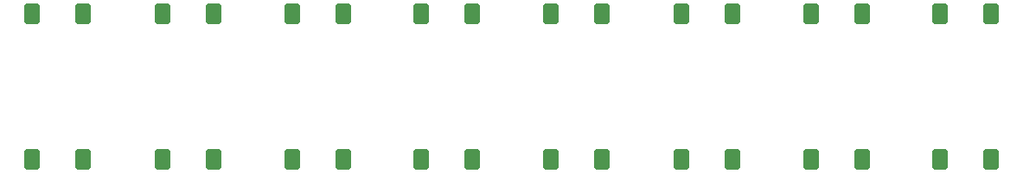
<source format=gbr>
%TF.GenerationSoftware,KiCad,Pcbnew,9.0.6*%
%TF.CreationDate,2025-12-13T22:30:01+01:00*%
%TF.ProjectId,piano,7069616e-6f2e-46b6-9963-61645f706362,rev?*%
%TF.SameCoordinates,Original*%
%TF.FileFunction,Paste,Top*%
%TF.FilePolarity,Positive*%
%FSLAX46Y46*%
G04 Gerber Fmt 4.6, Leading zero omitted, Abs format (unit mm)*
G04 Created by KiCad (PCBNEW 9.0.6) date 2025-12-13 22:30:01*
%MOMM*%
%LPD*%
G01*
G04 APERTURE LIST*
G04 Aperture macros list*
%AMRoundRect*
0 Rectangle with rounded corners*
0 $1 Rounding radius*
0 $2 $3 $4 $5 $6 $7 $8 $9 X,Y pos of 4 corners*
0 Add a 4 corners polygon primitive as box body*
4,1,4,$2,$3,$4,$5,$6,$7,$8,$9,$2,$3,0*
0 Add four circle primitives for the rounded corners*
1,1,$1+$1,$2,$3*
1,1,$1+$1,$4,$5*
1,1,$1+$1,$6,$7*
1,1,$1+$1,$8,$9*
0 Add four rect primitives between the rounded corners*
20,1,$1+$1,$2,$3,$4,$5,0*
20,1,$1+$1,$4,$5,$6,$7,0*
20,1,$1+$1,$6,$7,$8,$9,0*
20,1,$1+$1,$8,$9,$2,$3,0*%
G04 Aperture macros list end*
%ADD10RoundRect,0.250000X0.500000X-0.750000X0.500000X0.750000X-0.500000X0.750000X-0.500000X-0.750000X0*%
G04 APERTURE END LIST*
D10*
%TO.C,SW1*%
X105450000Y-151930000D03*
X105450000Y-137630000D03*
X110450000Y-151930000D03*
X110450000Y-137630000D03*
%TD*%
%TO.C,SW8*%
X194350000Y-151930000D03*
X194350000Y-137630000D03*
X199350000Y-151930000D03*
X199350000Y-137630000D03*
%TD*%
%TO.C,SW2*%
X118230000Y-151930000D03*
X118230000Y-137630000D03*
X123230000Y-151930000D03*
X123230000Y-137630000D03*
%TD*%
%TO.C,SW4*%
X143550000Y-151930000D03*
X143550000Y-137630000D03*
X148550000Y-151930000D03*
X148550000Y-137630000D03*
%TD*%
%TO.C,SW7*%
X181690000Y-151930000D03*
X181690000Y-137630000D03*
X186690000Y-151930000D03*
X186690000Y-137630000D03*
%TD*%
%TO.C,SW3*%
X130930000Y-151930000D03*
X130930000Y-137630000D03*
X135930000Y-151930000D03*
X135930000Y-137630000D03*
%TD*%
%TO.C,SW5*%
X156250000Y-151930000D03*
X156250000Y-137630000D03*
X161250000Y-151930000D03*
X161250000Y-137630000D03*
%TD*%
%TO.C,SW6*%
X169030000Y-151930000D03*
X169030000Y-137630000D03*
X174030000Y-151930000D03*
X174030000Y-137630000D03*
%TD*%
M02*

</source>
